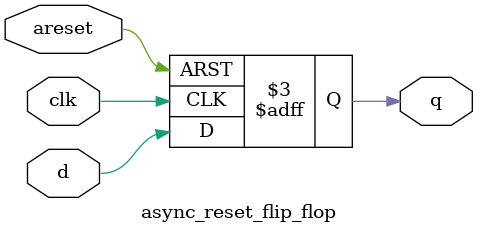
<source format=sv>
module async_reset_flip_flop (
    input logic clk,
    input logic areset,
    input logic d,
    output logic q
);

    always @(posedge clk or negedge areset) begin
        if (!areset) begin
            q <= 1'b0;
        end else begin
            q <= d;
        end
    end

endmodule
</source>
